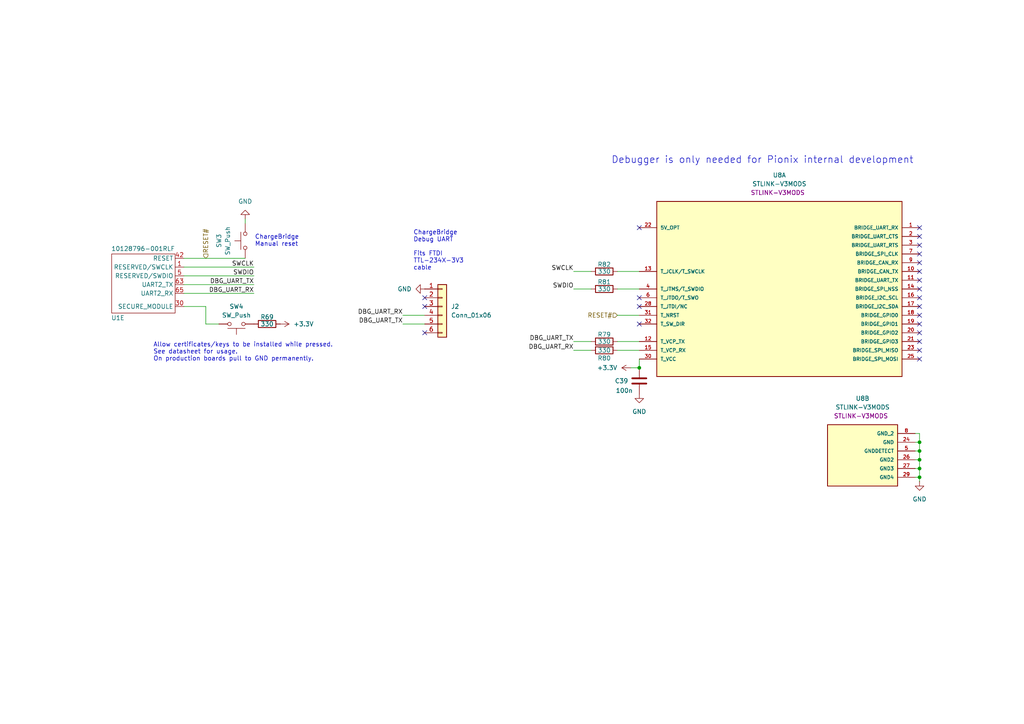
<source format=kicad_sch>
(kicad_sch (version 20250114) (generator "eeschema") (generator_version "9.0")
  (paper "A4")
  (title_block (title "ChargeBridge Eval Board") (date "2025-07-15") (rev "1.1") (company "Pionix GmbH") (comment 1 "Cornelius Claussen / Jonas Rockstroh") (comment 2 "License: CERN-OHL-P"))
  (lib_symbols
    (symbol "cb-eval-lib:C" (pin_numbers (hide yes)) (pin_names (offset 0.254))
      (property "Reference" "C" (at 0.635 2.54 0))
      (property "Value" "C" (at 0.635 -2.54 0))
      (symbol "C_0_1"
        (polyline (pts (xy -2.032 0.762) (xy 2.032 0.762)) (stroke (width 0.508)))
        (polyline (pts (xy -2.032 -0.762) (xy 2.032 -0.762)) (stroke (width 0.508)))
      )
      (symbol "C_1_1"
        (pin passive line (at 0 3.81 270) (length 2.794) (name "~") (number "1"))
        (pin passive line (at 0 -3.81 90) (length 2.794) (name "~") (number "2"))
      )
    )
    (symbol "cb-eval-lib:Conn_01x06" (pin_names (offset 1.016) (hide yes))
      (property "Reference" "J" (at 0 7.62 0))
      (property "Value" "Conn_01x06" (at 0 -10.16 0))
      (symbol "Conn_01x06_1_1"
        (rectangle (start -1.27 6.35) (end 1.27 -8.89) (stroke (width 0.254)) (fill (type background)))
        (rectangle (start -1.27 5.207) (end 0 4.953) (stroke (width 0.1524)))
        (rectangle (start -1.27 2.667) (end 0 2.413) (stroke (width 0.1524)))
        (rectangle (start -1.27 0.127) (end 0 -0.127) (stroke (width 0.1524)))
        (rectangle (start -1.27 -2.413) (end 0 -2.667) (stroke (width 0.1524)))
        (rectangle (start -1.27 -4.953) (end 0 -5.207) (stroke (width 0.1524)))
        (rectangle (start -1.27 -7.493) (end 0 -7.747) (stroke (width 0.1524)))
        (pin passive line (at -5.08 5.08 0) (length 3.81) (name "Pin_1") (number "1"))
        (pin passive line (at -5.08 2.54 0) (length 3.81) (name "Pin_2") (number "2"))
        (pin passive line (at -5.08 0 0) (length 3.81) (name "Pin_3") (number "3"))
        (pin passive line (at -5.08 -2.54 0) (length 3.81) (name "Pin_4") (number "4"))
        (pin passive line (at -5.08 -5.08 0) (length 3.81) (name "Pin_5") (number "5"))
        (pin passive line (at -5.08 -7.62 0) (length 3.81) (name "Pin_6") (number "6"))
      )
    )
    (symbol "cb-eval-lib:Pionix-SOM"
      (property "Reference" "U" (at -6.858 -14.732 0))
      (symbol "Pionix-SOM_1_1"
        (rectangle (start -10.16 10.795) (end 7.62 -10.16))
        (text "Charging Cable" (at -2.032 8.89 0) (effects (font (size 1.27 1.27))))
        (pin passive line (at 10.16 6.35 180) (length 2.54) (name "CONNECTOR.PIN0") (number "74"))
        (pin passive line (at 10.16 3.81 180) (length 2.54) (name "CONNECTOR.PIN1") (number "72"))
        (pin passive line (at 10.16 1.27 180) (length 2.54) (name "CONNECTOR.PIN2") (number "70"))
        (pin passive line (at 10.16 -1.27 180) (length 2.54) (name "CONNECTOR.PIN3") (number "68"))
        (pin passive line (at 10.16 -3.81 180) (length 2.54) (name "CONNECTOR.PIN4") (number "66"))
        (pin passive line (at 10.16 -6.35 180) (length 2.54) (name "CONNECTOR.PIN5") (number "62"))
        (pin passive line (at 10.16 -8.89 180) (length 2.54) (name "CONNECTOR.RSVD") (number "60"))
      )
      (symbol "Pionix-SOM_2_1"
        (rectangle (start -10.16 7.62) (end 13.97 -6.35))
        (pin power_in line (at -7.62 -8.89 90) (length 2.54) (name "GND") (number "6"))
        (pin power_in line (at -5.08 10.16 270) (length 2.54) (name "VDD3v3") (number "11"))
        (pin power_in line (at -5.08 -8.89 90) (length 2.54) (name "GND") (number "24"))
        (pin power_in line (at -2.54 10.16 270) (length 2.54) (name "VDD3v3") (number "40"))
        (pin power_in line (at -2.54 -8.89 90) (length 2.54) (name "GND") (number "34"))
        (pin power_in line (at 0 10.16 270) (length 2.54) (name "VDD3v3") (number "46"))
        (pin power_in line (at 0 -8.89 90) (length 2.54) (name "GND") (number "50"))
        (pin power_in line (at 2.54 10.16 270) (length 2.54) (name "VDD3v3") (number "48"))
        (pin power_in line (at 2.54 -8.89 90) (length 2.54) (name "GND") (number "52"))
        (pin power_in line (at 5.08 10.16 270) (length 2.54) (name "VDD3v3") (number "61"))
        (pin power_in line (at 5.08 -8.89 90) (length 2.54) (name "GND") (number "64"))
        (pin power_in line (at 7.62 -8.89 90) (length 2.54) (name "GND") (number "75"))
        (pin passive line (at 10.16 -10.16 90) (length 3.81) (name "SH1") (number "SH1"))
        (pin passive line (at 12.7 -10.16 90) (length 3.81) (name "SH2") (number "SH2"))
      )
      (symbol "Pionix-SOM_3_1"
        (rectangle (start 6.35 11.43) (end -6.35 -11.43))
        (pin bidirectional line (at 8.89 10.16 180) (length 2.54) (name "USER_GPIO0") (number "59"))
        (pin bidirectional line (at 8.89 7.62 180) (length 2.54) (name "USER_GPIO1") (number "57"))
        (pin bidirectional line (at 8.89 5.08 180) (length 2.54) (name "USER_GPIO2") (number "55"))
        (pin bidirectional line (at 8.89 2.54 180) (length 2.54) (name "USER_GPIO3") (number "53"))
        (pin bidirectional line (at 8.89 0 180) (length 2.54) (name "USER_GPIO4") (number "49"))
        (pin bidirectional line (at 8.89 -2.54 180) (length 2.54) (name "USER_GPIO5") (number "51"))
        (pin bidirectional line (at 8.89 -5.08 180) (length 2.54) (name "USER_GPIO6") (number "58"))
        (pin bidirectional line (at 8.89 -7.62 180) (length 2.54) (name "USER_GPIO7") (number "56"))
        (pin bidirectional line (at 8.89 -10.16 180) (length 2.54) (name "USER_GPIO8") (number "54"))
      )
      (symbol "Pionix-SOM_4_1"
        (rectangle (start -6.35 8.89) (end 6.35 -9.525))
        (text "ADC" (at -3.556 7.366 0) (effects (font (size 1.27 1.27))))
        (pin input line (at 8.89 3.81 180) (length 2.54) (name "EXT_ADC0_P") (number "67"))
        (pin input line (at 8.89 1.27 180) (length 2.54) (name "EXT_ADC0_N") (number "69"))
        (pin input line (at 8.89 -2.54 180) (length 2.54) (name "EXT_ADC1") (number "71"))
        (pin input line (at 8.89 -5.08 180) (length 2.54) (name "EXT_ADC2") (number "44"))
        (pin input line (at 8.89 -7.62 180) (length 2.54) (name "EXT_ADC3") (number "73"))
      )
      (symbol "Pionix-SOM_5_1"
        (rectangle (start -10.795 8.89) (end 7.62 -8.255))
        (pin input line (at 10.16 7.62 180) (length 2.54) (name "RESET") (number "42"))
        (pin passive line (at 10.16 5.08 180) (length 2.54) (name "RESERVED/SWCLK") (number "1"))
        (pin passive line (at 10.16 2.54 180) (length 2.54) (name "RESERVED/SWDIO") (number "5"))
        (pin output line (at 10.16 0 180) (length 2.54) (name "UART2_TX") (number "63"))
        (pin input line (at 10.16 -2.54 180) (length 2.54) (name "UART2_RX") (number "65"))
        (pin input line (at 10.16 -6.35 180) (length 2.54) (name "SECURE_MODULE") (number "30"))
      )
      (symbol "Pionix-SOM_6_1"
        (rectangle (start -10.16 13.97) (end 6.35 -14.605))
        (text "Host interface" (at -1.27 12.446 0) (effects (font (size 1.27 1.27))))
        (pin passive line (at 8.89 9.525 180) (length 2.54) (name "USB.D+") (number "7"))
        (pin passive line (at 8.89 6.985 180) (length 2.54) (name "USB.D-") (number "9"))
        (pin passive line (at 8.89 1.905 180) (length 2.54) (name "ETH.RXP") (number "28"))
        (pin passive line (at 8.89 -0.635 180) (length 2.54) (name "ETH.RXN") (number "26"))
        (pin passive line (at 8.89 -4.445 180) (length 2.54) (name "ETH.TXP") (number "22"))
        (pin passive line (at 8.89 -6.985 180) (length 2.54) (name "ETH.TXN") (number "20"))
        (pin output line (at 8.89 -10.795 180) (length 2.54) (name "ETH.LED1") (number "32"))
      )
      (symbol "Pionix-SOM_7_1"
        (rectangle (start -11.43 19.05) (end 10.16 -14.605))
        (text "Downstream Comms" (at -0.508 17.526 0) (effects (font (size 1.27 1.27))))
        (pin bidirectional line (at 12.7 13.97 180) (length 2.54) (name "I3C.SDA") (number "8"))
        (pin output line (at 12.7 11.43 180) (length 2.54) (name "I3C.SCL") (number "10"))
        (pin input line (at 12.7 7.62 180) (length 2.54) (name "RS585_2_RX") (number "33"))
        (pin output line (at 12.7 5.08 180) (length 2.54) (name "RS585_2_TX") (number "31"))
        (pin output line (at 12.7 2.54 180) (length 2.54) (name "RS485_2_TXEN") (number "45"))
        (pin bidirectional line (at 12.7 -2.54 180) (length 2.54) (name "CAN.HI") (number "4"))
        (pin bidirectional line (at 12.7 -5.08 180) (length 2.54) (name "CAN.LO") (number "2"))
        (pin bidirectional line (at 12.7 -10.16 180) (length 2.54) (name "RS485.A") (number "36"))
        (pin bidirectional line (at 12.7 -12.7 180) (length 2.54) (name "RS485.B") (number "38"))
      )
      (symbol "Pionix-SOM_8_1"
        (rectangle (start -10.16 12.7) (end 8.89 -10.795))
        (text "Relays control" (at 0 11.43 0) (effects (font (size 1.27 1.27))))
        (pin output line (at 11.43 8.89 180) (length 2.54) (name "RELAY3") (number "3"))
        (pin input line (at 11.43 6.35 180) (length 2.54) (name "RELAY3_FB") (number "25"))
        (pin output line (at 11.43 1.27 180) (length 2.54) (name "RELAY2") (number "27"))
        (pin input line (at 11.43 -1.27 180) (length 2.54) (name "RELAY2_FB") (number "21"))
        (pin output line (at 11.43 -6.35 180) (length 2.54) (name "RELAY1") (number "29"))
        (pin input line (at 11.43 -8.89 180) (length 2.54) (name "RELAY1_FB") (number "23"))
      )
      (symbol "Pionix-SOM_9_1"
        (rectangle (start 10.16 11.43) (end -12.7 -8.89))
        (text "USER INTERFACE" (at 1.27 10.16 0) (effects (font (size 1.27 1.27))))
        (pin input line (at 12.7 7.62 180) (length 2.54) (name "STOP_CHARGING") (number "47"))
        (pin input line (at 12.7 5.08 180) (length 2.54) (name "EMERGENCY_SHDN_IN") (number "43"))
        (pin output line (at 12.7 2.54 180) (length 2.54) (name "EMERGENCY_SHDN_OUT") (number "41"))
        (pin output line (at 12.7 -2.54 180) (length 2.54) (name "LED.R") (number "39"))
        (pin output line (at 12.7 -5.08 180) (length 2.54) (name "LED.G") (number "37"))
        (pin output line (at 12.7 -7.62 180) (length 2.54) (name "LED.B") (number "35"))
      )
    )
    (symbol "cb-eval-lib:R" (pin_numbers (hide yes)) (pin_names (offset 0))
      (property "Reference" "R" (at 2.032 0 90))
      (property "Value" "R" (at 0 0 90))
      (symbol "R_0_1"
        (rectangle (start -1.016 -2.54) (end 1.016 2.54) (stroke (width 0.254)))
      )
      (symbol "R_1_1"
        (pin passive line (at 0 3.81 270) (length 1.27) (name "~") (number "1"))
        (pin passive line (at 0 -3.81 90) (length 1.27) (name "~") (number "2"))
      )
    )
    (symbol "cb-eval-lib:STLINK-V3MODS" (pin_names (offset 1.016))
      (property "Reference" "U" (at -35.56 26.162 0))
      (property "Value" "STLINK-V3MODS" (at -35.56 -27.94 0))
      (property "MPN" "STLINK-V3MODS " (at 0 0 0))
      (symbol "STLINK-V3MODS_1_0"
        (rectangle (start -35.56 -25.4) (end 35.56 25.4) (stroke (width 0.254)) (fill (type background)))
        (pin passive line (at -40.64 17.78 0) (length 5.08) (name "5V_OPT") (number "22"))
        (pin passive line (at -40.64 5.08 0) (length 5.08) (name "T_JCLK/T_SWCLK") (number "13"))
        (pin passive line (at -40.64 0 0) (length 5.08) (name "T_JTMS/T_SWDIO") (number "4"))
        (pin passive line (at -40.64 -2.54 0) (length 5.08) (name "T_JTDO/T_SWO") (number "6"))
        (pin passive line (at -40.64 -5.08 0) (length 5.08) (name "T_JTDI/NC") (number "28"))
        (pin passive line (at -40.64 -7.62 0) (length 5.08) (name "T_NRST") (number "31"))
        (pin passive line (at -40.64 -10.16 0) (length 5.08) (name "T_SW_DIR") (number "32"))
        (pin passive line (at -40.64 -15.24 0) (length 5.08) (name "T_VCP_TX") (number "12"))
        (pin passive line (at -40.64 -17.78 0) (length 5.08) (name "T_VCP_RX") (number "15"))
        (pin passive line (at -40.64 -20.32 0) (length 5.08) (name "T_VCC") (number "30"))
        (pin passive line (at 40.64 17.78 180) (length 5.08) (name "BRIDGE_UART_RX") (number "1"))
        (pin passive line (at 40.64 15.24 180) (length 5.08) (name "BRIDGE_UART_CTS") (number "2"))
        (pin passive line (at 40.64 12.7 180) (length 5.08) (name "BRIDGE_UART_RTS") (number "3"))
        (pin passive line (at 40.64 10.16 180) (length 5.08) (name "BRIDGE_SPI_CLK") (number "7"))
        (pin passive line (at 40.64 7.62 180) (length 5.08) (name "BRIDGE_CAN_RX") (number "9"))
        (pin passive line (at 40.64 5.08 180) (length 5.08) (name "BRIDGE_CAN_TX") (number "10"))
        (pin passive line (at 40.64 2.54 180) (length 5.08) (name "BRIDGE_UART_TX") (number "11"))
        (pin passive line (at 40.64 0 180) (length 5.08) (name "BRIDGE_SPI_NSS") (number "14"))
        (pin bidirectional line (at 40.64 -2.54 180) (length 5.08) (name "BRIDGE_I2C_SCL") (number "16"))
        (pin bidirectional line (at 40.64 -5.08 180) (length 5.08) (name "BRIDGE_I2C_SDA") (number "17"))
        (pin bidirectional line (at 40.64 -7.62 180) (length 5.08) (name "BRIDGE_GPIO0") (number "18"))
        (pin bidirectional line (at 40.64 -10.16 180) (length 5.08) (name "BRIDGE_GPIO1") (number "19"))
        (pin bidirectional line (at 40.64 -12.7 180) (length 5.08) (name "BRIDGE_GPIO2") (number "20"))
        (pin bidirectional line (at 40.64 -15.24 180) (length 5.08) (name "BRIDGE_GPIO3") (number "21"))
        (pin passive line (at 40.64 -17.78 180) (length 5.08) (name "BRIDGE_SPI_MISO") (number "23"))
        (pin passive line (at 40.64 -20.32 180) (length 5.08) (name "BRIDGE_SPI_MOSI") (number "25"))
      )
      (symbol "STLINK-V3MODS_2_0"
        (rectangle (start -10.16 -10.16) (end 10.16 7.62) (stroke (width 0.254)) (fill (type background)))
        (pin power_in line (at 15.24 5.08 180) (length 5.08) (name "GND_2") (number "8"))
        (pin power_in line (at 15.24 2.54 180) (length 5.08) (name "GND") (number "24"))
        (pin power_in line (at 15.24 0 180) (length 5.08) (name "GNDDETECT") (number "5"))
        (pin power_in line (at 15.24 -2.54 180) (length 5.08) (name "GND2") (number "26"))
        (pin power_in line (at 15.24 -5.08 180) (length 5.08) (name "GND3") (number "27"))
        (pin power_in line (at 15.24 -7.62 180) (length 5.08) (name "GND4") (number "29"))
      )
    )
    (symbol "cb-eval-lib:SW_Push" (pin_numbers (hide yes)) (pin_names (offset 1.016) (hide yes))
      (property "Reference" "SW" (at 1.27 2.54 0))
      (property "Value" "SW_Push" (at 0 -1.524 0))
      (symbol "SW_Push_0_1"
        (circle (center -2.032 0) (radius 0.508))
        (polyline (pts (xy 0 1.27) (xy 0 3.048)))
        (circle (center 2.032 0) (radius 0.508))
        (polyline (pts (xy 2.54 1.27) (xy -2.54 1.27)))
        (pin passive line (at -5.08 0 0) (length 2.54) (name "1") (number "1"))
        (pin passive line (at 5.08 0 180) (length 2.54) (name "2") (number "2"))
      )
    )
    (symbol "power:+3.3V" (power) (pin_numbers (hide yes)) (pin_names (offset 0) (hide yes))
      (property "Value" "+3.3V" (at 0 3.556 0))
      (symbol "+3.3V_0_1"
        (polyline (pts (xy -0.762 1.27) (xy 0 2.54)))
        (polyline (pts (xy 0 2.54) (xy 0.762 1.27)))
        (polyline (pts (xy 0 0) (xy 0 2.54)))
      )
      (symbol "+3.3V_1_1"
        (pin power_in line (at 0 0 90) (length 0) (name "~") (number "1"))
      )
    )
    (symbol "power:GND" (power) (pin_numbers (hide yes)) (pin_names (offset 0) (hide yes))
      (property "Value" "GND" (at 0 -3.81 0))
      (symbol "GND_0_1"
        (polyline (pts (xy 0 0) (xy 0 -1.27) (xy 1.27 -1.27) (xy 0 -2.54) (xy -1.27 -1.27) (xy 0 -1.27)))
      )
      (symbol "GND_1_1"
        (pin power_in line (at 0 0 270) (length 0) (name "~") (number "1"))
      )
    )
  )
  (text "Allow certificates/keys to be installed while pressed.\nSee datasheet for usage.\nOn production boards pull to GND permanently." (at 44.45 102.108 0) (effects (font (size 1.27 1.27)) (justify left)))
  (text "Debugger is only needed for Pionix internal development" (at 177.292 46.482 0) (effects (font (size 2 2)) (justify left)))
  (text "ChargeBridge\nManual reset" (at 73.914 69.85 0) (effects (font (size 1.27 1.27)) (justify left)))
  (text "ChargeBridge\nDebug UART\n\nFits FTDI\nTTL-234X-3V3\ncable" (at 119.888 72.644 0) (effects (font (size 1.27 1.27)) (justify left)))
  (junction (at 266.7 128.27))
  (junction (at 185.42 106.68))
  (junction (at 266.7 135.89))
  (junction (at 266.7 130.81))
  (junction (at 266.7 133.35))
  (junction (at 266.7 138.43))
  (no_connect (at 185.42 93.98))
  (no_connect (at 266.7 99.06))
  (no_connect (at 266.7 66.04))
  (no_connect (at 266.7 91.44))
  (no_connect (at 123.19 86.36))
  (no_connect (at 266.7 73.66))
  (no_connect (at 266.7 96.52))
  (no_connect (at 123.19 96.52))
  (no_connect (at 266.7 71.12))
  (no_connect (at 185.42 66.04))
  (no_connect (at 266.7 88.9))
  (no_connect (at 266.7 86.36))
  (no_connect (at 266.7 104.14))
  (no_connect (at 266.7 83.82))
  (no_connect (at 266.7 76.2))
  (no_connect (at 266.7 78.74))
  (no_connect (at 123.19 88.9))
  (no_connect (at 185.42 86.36))
  (no_connect (at 266.7 93.98))
  (no_connect (at 266.7 101.6))
  (no_connect (at 266.7 81.28))
  (no_connect (at 185.42 88.9))
  (no_connect (at 266.7 68.58))
  (wire (pts (xy 265.43 128.27) (xy 266.7 128.27)))
  (wire (pts (xy 266.7 128.27) (xy 266.7 130.81)))
  (wire (pts (xy 53.34 80.01) (xy 73.66 80.01)))
  (wire (pts (xy 116.84 93.98) (xy 123.19 93.98)))
  (wire (pts (xy 185.42 106.68) (xy 185.42 104.14)))
  (wire (pts (xy 59.69 93.98) (xy 63.5 93.98)))
  (wire (pts (xy 266.7 138.43) (xy 266.7 139.7)))
  (wire (pts (xy 53.34 82.55) (xy 73.66 82.55)))
  (wire (pts (xy 266.7 125.73) (xy 266.7 128.27)))
  (wire (pts (xy 182.88 106.68) (xy 185.42 106.68)))
  (wire (pts (xy 179.07 91.44) (xy 185.42 91.44)))
  (wire (pts (xy 179.07 99.06) (xy 185.42 99.06)))
  (wire (pts (xy 179.07 78.74) (xy 185.42 78.74)))
  (wire (pts (xy 166.37 99.06) (xy 171.45 99.06)))
  (wire (pts (xy 265.43 133.35) (xy 266.7 133.35)))
  (wire (pts (xy 265.43 130.81) (xy 266.7 130.81)))
  (wire (pts (xy 53.34 74.93) (xy 71.12 74.93)))
  (wire (pts (xy 53.34 88.9) (xy 59.69 88.9)))
  (wire (pts (xy 265.43 138.43) (xy 266.7 138.43)))
  (wire (pts (xy 265.43 135.89) (xy 266.7 135.89)))
  (wire (pts (xy 53.34 77.47) (xy 73.66 77.47)))
  (wire (pts (xy 179.07 101.6) (xy 185.42 101.6)))
  (wire (pts (xy 59.69 88.9) (xy 59.69 93.98)))
  (wire (pts (xy 265.43 125.73) (xy 266.7 125.73)))
  (wire (pts (xy 266.7 133.35) (xy 266.7 135.89)))
  (wire (pts (xy 266.7 130.81) (xy 266.7 133.35)))
  (wire (pts (xy 166.37 83.82) (xy 171.45 83.82)))
  (wire (pts (xy 266.7 135.89) (xy 266.7 138.43)))
  (wire (pts (xy 53.34 85.09) (xy 73.66 85.09)))
  (wire (pts (xy 166.37 78.74) (xy 171.45 78.74)))
  (wire (pts (xy 179.07 83.82) (xy 185.42 83.82)))
  (wire (pts (xy 71.12 64.77) (xy 71.12 63.5)))
  (wire (pts (xy 166.37 101.6) (xy 171.45 101.6)))
  (wire (pts (xy 116.84 91.44) (xy 123.19 91.44)))
  (label "SWCLK" (at 166.37 78.74 180))
  (label "DBG_UART_RX" (at 116.84 91.44 180))
  (label "DBG_UART_TX" (at 166.37 99.06 180))
  (label "DBG_UART_TX" (at 73.66 82.55 180))
  (label "SWDIO" (at 166.37 83.82 180))
  (label "DBG_UART_RX" (at 166.37 101.6 180))
  (label "DBG_UART_TX" (at 116.84 93.98 180))
  (label "DBG_UART_RX" (at 73.66 85.09 180))
  (label "SWCLK" (at 73.66 77.47 180))
  (label "SWDIO" (at 73.66 80.01 180))
  (hierarchical_label "RESET#" (shape input) (at 179.07 91.44 180))
  (hierarchical_label "RESET#" (shape input) (at 59.69 74.93 90))
  (symbol (lib_id "cb-eval-lib:STLINK-V3MODS") (at 226.06 83.82 0) (unit 1)
    (property "Reference" "U8" (at 226.06 50.8 0))
    (property "Value" "STLINK-V3MODS" (at 226.06 53.34 0))
    (property "Footprint" "cb-eval-lib:MODULE_STLINK-V3MODS" (effects (hide yes)))
    (property "PARTREV" "1" (effects (hide yes)))
    (property "STANDARD" "Manufacturer Recommendations" (effects (hide yes)))
    (property "Manufacturer" "ST Microelectronics" (effects (hide yes)))
    (property "MPN" "STLINK-V3MODS " (at 226.06 55.88 0))
    (property "Digikey" "497-STLINK-V3MODS-ND" (effects (hide yes)))
  )
  (symbol (lib_id "cb-eval-lib:R") (at 175.26 83.82 90) (unit 1)
    (property "Reference" "R81" (at 175.26 81.788 90))
    (property "Value" "330" (at 175.26 83.82 90))
    (property "Footprint" "Resistor_SMD:R_0603_1608Metric" (effects (hide yes)))
    (property "Description" "Resistor" (effects (hide yes)))
    (property "Digikey" "RMCF0603FT330RCT-ND" (effects (hide yes)))
    (property "MPN" "RMCF0603FT330R" (effects (hide yes)))
    (property "Manufacturer" "Stackpole Electronics Inc" (effects (hide yes)))
  )
  (symbol (lib_id "cb-eval-lib:Conn_01x06") (at 128.27 88.9 0) (unit 1)
    (property "Reference" "J2" (at 130.81 88.8999 0) (effects (justify left)))
    (property "Value" "Conn_01x06" (at 130.81 91.4399 0) (effects (justify left)))
    (property "Footprint" "Connector_PinHeader_2.54mm:PinHeader_1x06_P2.54mm_Vertical" (effects (hide yes)))
    (property "Description" "Generic connector, single row, 01x06, script generated (kicad-library-utils/schlib/autogen/connector/)" (effects (hide yes)))
    (property "Digikey" "SAM1112-06-ND" (effects (hide yes)))
    (property "MPN" "TS-106-T-A" (effects (hide yes)))
    (property "Manufacturer" "Samtec Inc." (effects (hide yes)))
  )
  (symbol (lib_id "cb-eval-lib:R") (at 77.47 93.98 90) (unit 1)
    (property "Reference" "R69" (at 77.47 91.948 90))
    (property "Value" "330" (at 77.47 93.98 90))
    (property "Footprint" "Resistor_SMD:R_0603_1608Metric" (effects (hide yes)))
    (property "Description" "Resistor" (effects (hide yes)))
    (property "Digikey" "RMCF0603FT330RCT-ND" (effects (hide yes)))
    (property "MPN" "RMCF0603FT330R" (effects (hide yes)))
    (property "Manufacturer" "Stackpole Electronics Inc" (effects (hide yes)))
  )
  (symbol (lib_id "cb-eval-lib:STLINK-V3MODS") (at 250.19 130.81 0) (unit 2)
    (property "Reference" "U8" (at 250.19 115.57 0))
    (property "Value" "STLINK-V3MODS" (at 250.19 118.11 0))
    (property "Footprint" "cb-eval-lib:MODULE_STLINK-V3MODS" (effects (hide yes)))
    (property "PARTREV" "1" (effects (hide yes)))
    (property "STANDARD" "Manufacturer Recommendations" (effects (hide yes)))
    (property "Manufacturer" "ST Microelectronics" (effects (hide yes)))
    (property "MPN" "STLINK-V3MODS " (at 250.19 120.65 0))
    (property "Digikey" "497-STLINK-V3MODS-ND" (effects (hide yes)))
  )
  (symbol (lib_id "power:GND") (at 185.42 114.3 0) (unit 1)
    (property "Reference" "#PWR0146" (effects (hide yes)))
    (property "Value" "GND" (at 185.42 119.38 0))
    (property "Description" "Power symbol creates a global label with name \"GND\" , ground" (effects (hide yes)))
  )
  (symbol (lib_id "cb-eval-lib:R") (at 175.26 78.74 90) (unit 1)
    (property "Reference" "R82" (at 175.26 76.708 90))
    (property "Value" "330" (at 175.26 78.74 90))
    (property "Footprint" "Resistor_SMD:R_0603_1608Metric" (effects (hide yes)))
    (property "Description" "Resistor" (effects (hide yes)))
    (property "Digikey" "RMCF0603FT330RCT-ND" (effects (hide yes)))
    (property "MPN" "RMCF0603FT330R" (effects (hide yes)))
    (property "Manufacturer" "Stackpole Electronics Inc" (effects (hide yes)))
  )
  (symbol (lib_id "cb-eval-lib:SW_Push") (at 68.58 93.98 180) (unit 1)
    (property "Reference" "SW4" (at 68.58 88.9 0))
    (property "Value" "SW_Push" (at 68.58 91.44 0))
    (property "Footprint" "cb-eval-lib:SW_TS02-66-70-BK-160-LCR-D" (effects (hide yes)))
    (property "Description" "Push button switch, generic, two pins" (effects (hide yes)))
    (property "Digikey" "2223-TS02-66-70-BK-160-LCR-D-ND" (effects (hide yes)))
    (property "MPN" "TS02-66-70-BK-160-LCR-D" (effects (hide yes)))
    (property "Manufacturer" "Same Sky (Formerly CUI Devices)" (effects (hide yes)))
  )
  (symbol (lib_id "cb-eval-lib:R") (at 175.26 99.06 90) (unit 1)
    (property "Reference" "R79" (at 175.26 97.028 90))
    (property "Value" "330" (at 175.26 99.06 90))
    (property "Footprint" "Resistor_SMD:R_0603_1608Metric" (effects (hide yes)))
    (property "Description" "Resistor" (effects (hide yes)))
    (property "Digikey" "RMCF0603FT330RCT-ND" (effects (hide yes)))
    (property "MPN" "RMCF0603FT330R" (effects (hide yes)))
    (property "Manufacturer" "Stackpole Electronics Inc" (effects (hide yes)))
  )
  (symbol (lib_id "power:GND") (at 266.7 139.7 0) (unit 1)
    (property "Reference" "#PWR049" (effects (hide yes)))
    (property "Value" "GND" (at 266.7 144.78 0))
    (property "Description" "Power symbol creates a global label with name \"GND\" , ground" (effects (hide yes)))
  )
  (symbol (lib_id "power:GND") (at 71.12 63.5 180) (unit 1)
    (property "Reference" "#PWR0137" (effects (hide yes)))
    (property "Value" "GND" (at 71.12 58.42 0))
    (property "Description" "Power symbol creates a global label with name \"GND\" , ground" (effects (hide yes)))
  )
  (symbol (lib_id "cb-eval-lib:SW_Push") (at 71.12 69.85 90) (unit 1)
    (property "Reference" "SW3" (at 63.5 69.85 0))
    (property "Value" "SW_Push" (at 66.04 69.85 0))
    (property "Footprint" "cb-eval-lib:SW_TS02-66-70-BK-160-LCR-D" (effects (hide yes)))
    (property "Description" "Push button switch, generic, two pins" (effects (hide yes)))
    (property "Digikey" "2223-TS02-66-70-BK-160-LCR-D-ND" (effects (hide yes)))
    (property "MPN" "TS02-66-70-BK-160-LCR-D" (effects (hide yes)))
    (property "Manufacturer" "Same Sky (Formerly CUI Devices)" (effects (hide yes)))
  )
  (symbol (lib_id "power:+3.3V") (at 81.28 93.98 270) (unit 1)
    (property "Reference" "#PWR079" (effects (hide yes)))
    (property "Value" "+3.3V" (at 85.09 93.9799 90) (effects (justify left)))
    (property "Description" "Power symbol creates a global label with name \"+3.3V\"" (effects (hide yes)))
  )
  (symbol (lib_id "power:+3.3V") (at 182.88 106.68 90) (unit 1)
    (property "Reference" "#PWR050" (effects (hide yes)))
    (property "Value" "+3.3V" (at 179.07 106.6799 90) (effects (justify left)))
    (property "Description" "Power symbol creates a global label with name \"+3.3V\"" (effects (hide yes)))
  )
  (symbol (lib_id "cb-eval-lib:R") (at 175.26 101.6 90) (unit 1)
    (property "Reference" "R80" (at 175.26 103.886 90))
    (property "Value" "330" (at 175.26 101.6 90))
    (property "Footprint" "Resistor_SMD:R_0603_1608Metric" (effects (hide yes)))
    (property "Description" "Resistor" (effects (hide yes)))
    (property "Digikey" "RMCF0603FT330RCT-ND" (effects (hide yes)))
    (property "MPN" "RMCF0603FT330R" (effects (hide yes)))
    (property "Manufacturer" "Stackpole Electronics Inc" (effects (hide yes)))
  )
  (symbol (lib_id "cb-eval-lib:C") (at 185.42 110.49 0) (unit 1)
    (property "Reference" "C39" (at 178.308 110.49 0) (effects (justify left)))
    (property "Value" "100n" (at 178.562 113.284 0) (effects (justify left)))
    (property "Footprint" "Capacitor_SMD:C_0603_1608Metric" (effects (hide yes)))
    (property "Description" "Unpolarized capacitor" (effects (hide yes)))
    (property "MPN" "C0603C104K5RACAUTO" (effects (hide yes)))
    (property "Manufacturer" "Kemet" (effects (hide yes)))
    (property "Digikey" "399-6856-1-ND" (effects (hide yes)))
  )
  (symbol (lib_id "cb-eval-lib:Pionix-SOM") (at 43.18 82.55 0) (unit 5)
    (property "Reference" "U1" (at 32.258 92.202 0) (effects (justify left)))
    (property "Value" "10128796-001RLF" (at 32.258 72.136 0) (effects (justify left)))
    (property "Footprint" "cb-eval-lib:AMPHENOL_10128796-001RLF_ChargeBridge_Wurth_standoff" (effects (hide yes)))
    (property "Description" "Pionix Charging SOM" (effects (hide yes)))
    (property "MPN" "10128796-001RLF" (effects (hide yes)))
    (property "Manufacturer" "Amphenol ICC (FCI)" (effects (hide yes)))
  )
  (symbol (lib_id "power:GND") (at 123.19 83.82 270) (unit 1)
    (property "Reference" "#PWR011" (effects (hide yes)))
    (property "Value" "GND" (at 119.38 83.8199 90) (effects (justify right)))
    (property "Description" "Power symbol creates a global label with name \"GND\" , ground" (effects (hide yes)))
  )
)
</source>
